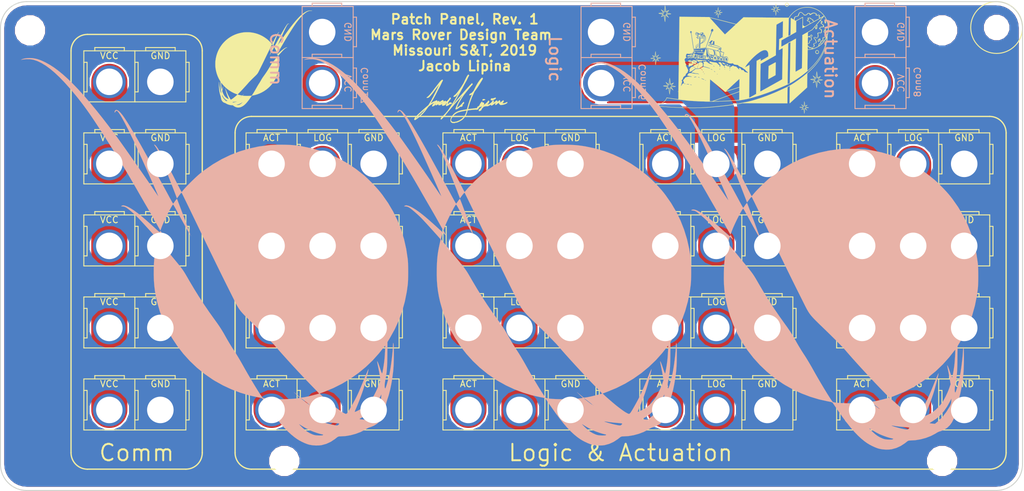
<source format=kicad_pcb>
(kicad_pcb (version 20171130) (host pcbnew "(5.0.0)")
  (layers (0 F.Cu signal) (31 B.Cu signal) (34 B.Paste user) (35 F.Paste user) (36 B.SilkS user) (37 F.SilkS user) (38 B.Mask user) (39 F.Mask user) (44 Edge.Cuts user))
  (net 0 "")
  (net 1 GND)
  (net 2 +12L)
  (net 3 +12VA)
  (net 4 +12C)
  (module MRDT_Silkscreens:MRDT_Logo_60mm (layer B.Cu) (at 255.27 52.07 180)
    (fp_text reference G*** hide)
    (fp_text value LOGO hide)
  )
  (module MRDT_Silkscreens:MRDT_Logo_60mm (layer B.Cu) (at 210.82 51.435 180)
    (fp_text reference G*** hide)
    (fp_text value LOGO hide)
  )
  (module PowerBoard_Hardware:Drill_Hole_632 (layer F.Cu) (at 279.654 83.82)
    (fp_text reference REF** hide)
    (fp_text value Drill_Hole_632)
    (pad "" np_thru_hole circle (at 0 0) (size 3.683 3.683) (drill 3.683) (layers *.Cu *.Mask))
  )
  (module PowerBoard_Hardware:Drill_Hole_632 (layer F.Cu) (at 177.8 83.82)
    (fp_text reference REF** hide)
    (fp_text value Drill_Hole_632)
    (pad "" np_thru_hole circle (at 0 0) (size 3.683 3.683) (drill 3.683) (layers *.Cu *.Mask))
  )
  (module PowerBoard_Hardware:Drill_Hole_632 (layer F.Cu) (at 138.43 17.145)
    (fp_text reference REF** hide)
    (fp_text value Drill_Hole_632)
    (pad "" np_thru_hole circle (at 0 0) (size 3.683 3.683) (drill 3.683) (layers *.Cu *.Mask))
  )
  (module PowerBoard_Hardware:Drill_Hole_632 (layer F.Cu) (at 279.654 17.145)
    (fp_text reference REF** hide)
    (fp_text value Drill_Hole_632)
    (pad "" np_thru_hole circle (at 0 0) (size 3.683 3.683) (drill 3.683) (layers *.Cu *.Mask))
  )
  (module PatchPanel_Hardware:Vertical_Anderson_Triple_SidebySide (layer F.Cu) (at 226.06 33.02 180)
    (fp_text reference Conn10)
    (fp_text value AndersonPP hide)
    (fp_text user ACT (at 19.749 -0.762 180) (layer F.SilkS))
    (fp_text user LOG (at 11.849 -0.762 180) (layer F.SilkS))
    (fp_text user GND (at 3.937 -0.762 180) (layer F.SilkS))
    (pad 3 thru_hole circle (at 19.75 -4.8 90) (size 5.08 5.08) (drill 4.104006) (layers *.Cu *.Mask) (net 3 +12VA))
    (pad 2 thru_hole circle (at 11.85 -4.8 90) (size 5.08 5.08) (drill 4.104006) (layers *.Cu *.Mask) (net 2 +12L))
    (pad 1 thru_hole circle (at 3.95 -4.8 90) (size 5.08 5.08) (drill 4.104006) (layers *.Cu *.Mask) (net 1 GND))
  )
  (module PatchPanel_Hardware:Vertical_Anderson_Triple_SidebySide (layer F.Cu) (at 287.02 45.72 180)
    (fp_text reference Conn1)
    (fp_text value AndersonPP hide)
    (fp_text user ACT (at 19.749 -0.762 180) (layer F.SilkS))
    (fp_text user LOG (at 11.849 -0.762 180) (layer F.SilkS))
    (fp_text user GND (at 3.937 -0.762 180) (layer F.SilkS))
    (pad 3 thru_hole circle (at 19.75 -4.8 90) (size 5.08 5.08) (drill 4.104006) (layers *.Cu *.Mask) (net 3 +12VA))
    (pad 2 thru_hole circle (at 11.85 -4.8 90) (size 5.08 5.08) (drill 4.104006) (layers *.Cu *.Mask) (net 2 +12L))
    (pad 1 thru_hole circle (at 3.95 -4.8 90) (size 5.08 5.08) (drill 4.104006) (layers *.Cu *.Mask) (net 1 GND))
  )
  (module PatchPanel_Hardware:Vertical_Anderson_Triple_SidebySide (layer F.Cu) (at 287.02 58.42 180)
    (fp_text reference Conn2)
    (fp_text value AndersonPP hide)
    (fp_text user ACT (at 19.749 -0.762 180) (layer F.SilkS))
    (fp_text user LOG (at 11.849 -0.762 180) (layer F.SilkS))
    (fp_text user GND (at 3.937 -0.762 180) (layer F.SilkS))
    (pad 3 thru_hole circle (at 19.75 -4.8 90) (size 5.08 5.08) (drill 4.104006) (layers *.Cu *.Mask) (net 3 +12VA))
    (pad 2 thru_hole circle (at 11.85 -4.8 90) (size 5.08 5.08) (drill 4.104006) (layers *.Cu *.Mask) (net 2 +12L))
    (pad 1 thru_hole circle (at 3.95 -4.8 90) (size 5.08 5.08) (drill 4.104006) (layers *.Cu *.Mask) (net 1 GND))
  )
  (module PatchPanel_Hardware:Vertical_Anderson_Triple_SidebySide (layer F.Cu) (at 226.06 58.42 180)
    (fp_text reference Conn3)
    (fp_text value AndersonPP hide)
    (fp_text user ACT (at 19.749 -0.762 180) (layer F.SilkS))
    (fp_text user LOG (at 11.849 -0.762 180) (layer F.SilkS))
    (fp_text user GND (at 3.937 -0.762 180) (layer F.SilkS))
    (pad 3 thru_hole circle (at 19.75 -4.8 90) (size 5.08 5.08) (drill 4.104006) (layers *.Cu *.Mask) (net 3 +12VA))
    (pad 2 thru_hole circle (at 11.85 -4.8 90) (size 5.08 5.08) (drill 4.104006) (layers *.Cu *.Mask) (net 2 +12L))
    (pad 1 thru_hole circle (at 3.95 -4.8 90) (size 5.08 5.08) (drill 4.104006) (layers *.Cu *.Mask) (net 1 GND))
  )
  (module PatchPanel_Hardware:Vertical_Anderson_Triple_SidebySide (layer F.Cu) (at 287.02 71.12 180)
    (fp_text reference Conn4)
    (fp_text value AndersonPP hide)
    (fp_text user ACT (at 19.749 -0.762 180) (layer F.SilkS))
    (fp_text user LOG (at 11.849 -0.762 180) (layer F.SilkS))
    (fp_text user GND (at 3.937 -0.762 180) (layer F.SilkS))
    (pad 3 thru_hole circle (at 19.75 -4.8 90) (size 5.08 5.08) (drill 4.104006) (layers *.Cu *.Mask) (net 3 +12VA))
    (pad 2 thru_hole circle (at 11.85 -4.8 90) (size 5.08 5.08) (drill 4.104006) (layers *.Cu *.Mask) (net 2 +12L))
    (pad 1 thru_hole circle (at 3.95 -4.8 90) (size 5.08 5.08) (drill 4.104006) (layers *.Cu *.Mask) (net 1 GND))
  )
  (module PatchPanel_Hardware:Vertical_Anderson_Triple_SidebySide (layer F.Cu) (at 226.06 45.72 180)
    (fp_text reference Conn5)
    (fp_text value AndersonPP hide)
    (fp_text user ACT (at 19.749 -0.762 180) (layer F.SilkS))
    (fp_text user LOG (at 11.849 -0.762 180) (layer F.SilkS))
    (fp_text user GND (at 3.937 -0.762 180) (layer F.SilkS))
    (pad 3 thru_hole circle (at 19.75 -4.8 90) (size 5.08 5.08) (drill 4.104006) (layers *.Cu *.Mask) (net 3 +12VA))
    (pad 2 thru_hole circle (at 11.85 -4.8 90) (size 5.08 5.08) (drill 4.104006) (layers *.Cu *.Mask) (net 2 +12L))
    (pad 1 thru_hole circle (at 3.95 -4.8 90) (size 5.08 5.08) (drill 4.104006) (layers *.Cu *.Mask) (net 1 GND))
  )
  (module PatchPanel_Hardware:Vertical_Anderson_Triple_SidebySide (layer F.Cu) (at 256.54 71.12 180)
    (fp_text reference Conn6)
    (fp_text value AndersonPP hide)
    (fp_text user ACT (at 19.749 -0.762 180) (layer F.SilkS))
    (fp_text user LOG (at 11.849 -0.762 180) (layer F.SilkS))
    (fp_text user GND (at 3.937 -0.762 180) (layer F.SilkS))
    (pad 3 thru_hole circle (at 19.75 -4.8 90) (size 5.08 5.08) (drill 4.104006) (layers *.Cu *.Mask) (net 3 +12VA))
    (pad 2 thru_hole circle (at 11.85 -4.8 90) (size 5.08 5.08) (drill 4.104006) (layers *.Cu *.Mask) (net 2 +12L))
    (pad 1 thru_hole circle (at 3.95 -4.8 90) (size 5.08 5.08) (drill 4.104006) (layers *.Cu *.Mask) (net 1 GND))
  )
  (module PatchPanel_Hardware:Vertical_Anderson_Triple_SidebySide (layer F.Cu) (at 226.06 71.12 180)
    (fp_text reference Conn7)
    (fp_text value AndersonPP hide)
    (fp_text user ACT (at 19.749 -0.762 180) (layer F.SilkS))
    (fp_text user LOG (at 11.849 -0.762 180) (layer F.SilkS))
    (fp_text user GND (at 3.937 -0.762 180) (layer F.SilkS))
    (pad 3 thru_hole circle (at 19.75 -4.8 90) (size 5.08 5.08) (drill 4.104006) (layers *.Cu *.Mask) (net 3 +12VA))
    (pad 2 thru_hole circle (at 11.85 -4.8 90) (size 5.08 5.08) (drill 4.104006) (layers *.Cu *.Mask) (net 2 +12L))
    (pad 1 thru_hole circle (at 3.95 -4.8 90) (size 5.08 5.08) (drill 4.104006) (layers *.Cu *.Mask) (net 1 GND))
  )
  (module PatchPanel_Hardware:Vertical_Anderson_Triple_SidebySide (layer F.Cu) (at 195.58 45.72 180)
    (fp_text reference Conn9)
    (fp_text value AndersonPP hide)
    (fp_text user ACT (at 19.749 -0.762 180) (layer F.SilkS))
    (fp_text user LOG (at 11.849 -0.762 180) (layer F.SilkS))
    (fp_text user GND (at 3.937 -0.762 180) (layer F.SilkS))
    (pad 3 thru_hole circle (at 19.75 -4.8 90) (size 5.08 5.08) (drill 4.104006) (layers *.Cu *.Mask) (net 3 +12VA))
    (pad 2 thru_hole circle (at 11.85 -4.8 90) (size 5.08 5.08) (drill 4.104006) (layers *.Cu *.Mask) (net 2 +12L))
    (pad 1 thru_hole circle (at 3.95 -4.8 90) (size 5.08 5.08) (drill 4.104006) (layers *.Cu *.Mask) (net 1 GND))
  )
  (module PatchPanel_Hardware:Vertical_Anderson_Triple_SidebySide (layer F.Cu) (at 287.02 33.02 180)
    (fp_text reference Conn11)
    (fp_text value AndersonPP hide)
    (fp_text user ACT (at 19.749 -0.762 180) (layer F.SilkS))
    (fp_text user LOG (at 11.849 -0.762 180) (layer F.SilkS))
    (fp_text user GND (at 3.937 -0.762 180) (layer F.SilkS))
    (pad 3 thru_hole circle (at 19.75 -4.8 90) (size 5.08 5.08) (drill 4.104006) (layers *.Cu *.Mask) (net 3 +12VA))
    (pad 2 thru_hole circle (at 11.85 -4.8 90) (size 5.08 5.08) (drill 4.104006) (layers *.Cu *.Mask) (net 2 +12L))
    (pad 1 thru_hole circle (at 3.95 -4.8 90) (size 5.08 5.08) (drill 4.104006) (layers *.Cu *.Mask) (net 1 GND))
  )
  (module PatchPanel_Hardware:Vertical_Anderson_Triple_SidebySide (layer F.Cu) (at 256.54 58.42 180)
    (fp_text reference Conn12)
    (fp_text value AndersonPP hide)
    (fp_text user ACT (at 19.749 -0.762 180) (layer F.SilkS))
    (fp_text user LOG (at 11.849 -0.762 180) (layer F.SilkS))
    (fp_text user GND (at 3.937 -0.762 180) (layer F.SilkS))
    (pad 3 thru_hole circle (at 19.75 -4.8 90) (size 5.08 5.08) (drill 4.104006) (layers *.Cu *.Mask) (net 3 +12VA))
    (pad 2 thru_hole circle (at 11.85 -4.8 90) (size 5.08 5.08) (drill 4.104006) (layers *.Cu *.Mask) (net 2 +12L))
    (pad 1 thru_hole circle (at 3.95 -4.8 90) (size 5.08 5.08) (drill 4.104006) (layers *.Cu *.Mask) (net 1 GND))
  )
  (module PatchPanel_Hardware:Vertical_Anderson_Triple_SidebySide (layer F.Cu) (at 256.54 33.02 180)
    (fp_text reference Conn13)
    (fp_text value AndersonPP hide)
    (fp_text user ACT (at 19.749 -0.762 180) (layer F.SilkS))
    (fp_text user LOG (at 11.849 -0.762 180) (layer F.SilkS))
    (fp_text user GND (at 3.937 -0.762 180) (layer F.SilkS))
    (pad 3 thru_hole circle (at 19.75 -4.8 90) (size 5.08 5.08) (drill 4.104006) (layers *.Cu *.Mask) (net 3 +12VA))
    (pad 2 thru_hole circle (at 11.85 -4.8 90) (size 5.08 5.08) (drill 4.104006) (layers *.Cu *.Mask) (net 2 +12L))
    (pad 1 thru_hole circle (at 3.95 -4.8 90) (size 5.08 5.08) (drill 4.104006) (layers *.Cu *.Mask) (net 1 GND))
  )
  (module PatchPanel_Hardware:Vertical_Anderson_Triple_SidebySide (layer F.Cu) (at 256.54 45.72 180)
    (fp_text reference Conn14)
    (fp_text value AndersonPP hide)
    (fp_text user ACT (at 19.749 -0.762 180) (layer F.SilkS))
    (fp_text user LOG (at 11.849 -0.762 180) (layer F.SilkS))
    (fp_text user GND (at 3.937 -0.762 180) (layer F.SilkS))
    (pad 3 thru_hole circle (at 19.75 -4.8 90) (size 5.08 5.08) (drill 4.104006) (layers *.Cu *.Mask) (net 3 +12VA))
    (pad 2 thru_hole circle (at 11.85 -4.8 90) (size 5.08 5.08) (drill 4.104006) (layers *.Cu *.Mask) (net 2 +12L))
    (pad 1 thru_hole circle (at 3.95 -4.8 90) (size 5.08 5.08) (drill 4.104006) (layers *.Cu *.Mask) (net 1 GND))
  )
  (module PatchPanel_Hardware:Vertical_Anderson_Triple_SidebySide (layer F.Cu) (at 195.58 33.02 180)
    (fp_text reference Conn15)
    (fp_text value AndersonPP hide)
    (fp_text user ACT (at 19.749 -0.762 180) (layer F.SilkS))
    (fp_text user LOG (at 11.849 -0.762 180) (layer F.SilkS))
    (fp_text user GND (at 3.937 -0.762 180) (layer F.SilkS))
    (pad 3 thru_hole circle (at 19.75 -4.8 90) (size 5.08 5.08) (drill 4.104006) (layers *.Cu *.Mask) (net 3 +12VA))
    (pad 2 thru_hole circle (at 11.85 -4.8 90) (size 5.08 5.08) (drill 4.104006) (layers *.Cu *.Mask) (net 2 +12L))
    (pad 1 thru_hole circle (at 3.95 -4.8 90) (size 5.08 5.08) (drill 4.104006) (layers *.Cu *.Mask) (net 1 GND))
  )
  (module PatchPanel_Hardware:Vertical_Anderson_Triple_SidebySide (layer F.Cu) (at 195.58 71.12 180)
    (fp_text reference Conn23)
    (fp_text value AndersonPP hide)
    (fp_text user ACT (at 19.749 -0.762 180) (layer F.SilkS))
    (fp_text user LOG (at 11.849 -0.762 180) (layer F.SilkS))
    (fp_text user GND (at 3.937 -0.762 180) (layer F.SilkS))
    (pad 3 thru_hole circle (at 19.75 -4.8 90) (size 5.08 5.08) (drill 4.104006) (layers *.Cu *.Mask) (net 3 +12VA))
    (pad 2 thru_hole circle (at 11.85 -4.8 90) (size 5.08 5.08) (drill 4.104006) (layers *.Cu *.Mask) (net 2 +12L))
    (pad 1 thru_hole circle (at 3.95 -4.8 90) (size 5.08 5.08) (drill 4.104006) (layers *.Cu *.Mask) (net 1 GND))
  )
  (module PatchPanel_Hardware:Vertical_Anderson_Triple_SidebySide (layer F.Cu) (at 195.58 58.42 180)
    (fp_text reference Conn24)
    (fp_text value AndersonPP hide)
    (fp_text user ACT (at 19.749 -0.762 180) (layer F.SilkS))
    (fp_text user LOG (at 11.849 -0.762 180) (layer F.SilkS))
    (fp_text user GND (at 3.937 -0.762 180) (layer F.SilkS))
    (pad 3 thru_hole circle (at 19.75 -4.8 90) (size 5.08 5.08) (drill 4.104006) (layers *.Cu *.Mask) (net 3 +12VA))
    (pad 2 thru_hole circle (at 11.85 -4.8 90) (size 5.08 5.08) (drill 4.104006) (layers *.Cu *.Mask) (net 2 +12L))
    (pad 1 thru_hole circle (at 3.95 -4.8 90) (size 5.08 5.08) (drill 4.104006) (layers *.Cu *.Mask) (net 1 GND))
  )
  (module PowerBoard_Hardware:Vertical_Anderson_Double_SidebySide (layer B.Cu) (at 274.066 13.462 270)
    (fp_text reference Conn8 (at 11.684 -1.778 270) (layer B.SilkS) (effects (justify mirror)))
    (fp_text value AndersonPP hide)
    (fp_text user GND (at 3.937 0.762 270) (layer B.SilkS) (effects (justify mirror)))
    (fp_text user VCC (at 11.849 0.762 270) (layer B.SilkS) (effects (justify mirror)))
    (pad 1 thru_hole circle (at 3.95 4.8) (size 5.08 5.08) (drill 4.104006) (layers *.Cu *.Mask) (net 1 GND))
    (pad 2 thru_hole circle (at 11.85 4.8) (size 5.08 5.08) (drill 4.104006) (layers *.Cu *.Mask) (net 3 +12VA))
  )
  (module PowerBoard_Hardware:Vertical_Anderson_Double_SidebySide (layer B.Cu) (at 231.648 13.462 270)
    (fp_text reference Conn16 (at 11.684 -1.6 270) (layer B.SilkS) (effects (justify mirror)))
    (fp_text value AndersonPP hide)
    (fp_text user GND (at 3.937 0.762 270) (layer B.SilkS) (effects (justify mirror)))
    (fp_text user VCC (at 11.849 0.762 270) (layer B.SilkS) (effects (justify mirror)))
    (pad 1 thru_hole circle (at 3.95 4.8) (size 5.08 5.08) (drill 4.104006) (layers *.Cu *.Mask) (net 1 GND))
    (pad 2 thru_hole circle (at 11.85 4.8) (size 5.08 5.08) (drill 4.104006) (layers *.Cu *.Mask) (net 2 +12L))
  )
  (module PowerBoard_Hardware:Vertical_Anderson_Double_SidebySide (layer B.Cu) (at 188.468 13.462 270)
    (fp_text reference Conn17 (at 12.192 -1.778 270) (layer B.SilkS) (effects (justify mirror)))
    (fp_text value AndersonPP hide)
    (fp_text user VCC (at 11.849 0.762 270) (layer B.SilkS) (effects (justify mirror)))
    (fp_text user GND (at 3.937 0.762 270) (layer B.SilkS) (effects (justify mirror)))
    (pad 2 thru_hole circle (at 11.85 4.8) (size 5.08 5.08) (drill 4.104006) (layers *.Cu *.Mask) (net 4 +12C))
    (pad 1 thru_hole circle (at 3.95 4.8) (size 5.08 5.08) (drill 4.104006) (layers *.Cu *.Mask) (net 1 GND))
  )
  (module MRDT_Drill_Holes:4_40_Hole_Corner (layer F.Cu) (at 292.1 12.7 180)
    (fp_text reference REF** hide)
    (fp_text value 4_40_Hole hide)
    (pad "" np_thru_hole circle (at 4.00812 -4.00812 180) (size 2.9464 2.9464) (drill 2.9464) (layers *.Cu *.Mask))
  )
  (module PowerBoard_Hardware:Vertical_Anderson_Double_SidebySide (layer F.Cu) (at 162.56 20.32 180)
    (fp_text reference Conn18)
    (fp_text value AndersonPP hide)
    (fp_text user GND (at 3.937 -0.762 180) (layer F.SilkS))
    (fp_text user VCC (at 11.849 -0.762 180) (layer F.SilkS))
    (pad 1 thru_hole circle (at 3.95 -4.8 90) (size 5.08 5.08) (drill 4.104006) (layers *.Cu *.Mask) (net 1 GND))
    (pad 2 thru_hole circle (at 11.85 -4.8 90) (size 5.08 5.08) (drill 4.104006) (layers *.Cu *.Mask) (net 4 +12C))
  )
  (module PowerBoard_Hardware:Vertical_Anderson_Double_SidebySide (layer F.Cu) (at 162.56 33.02 180)
    (fp_text reference Conn19)
    (fp_text value AndersonPP hide)
    (fp_text user VCC (at 11.849 -0.762 180) (layer F.SilkS))
    (fp_text user GND (at 3.937 -0.762 180) (layer F.SilkS))
    (pad 2 thru_hole circle (at 11.85 -4.8 90) (size 5.08 5.08) (drill 4.104006) (layers *.Cu *.Mask) (net 4 +12C))
    (pad 1 thru_hole circle (at 3.95 -4.8 90) (size 5.08 5.08) (drill 4.104006) (layers *.Cu *.Mask) (net 1 GND))
  )
  (module PowerBoard_Hardware:Vertical_Anderson_Double_SidebySide (layer F.Cu) (at 162.56 45.72 180)
    (fp_text reference Conn20)
    (fp_text value AndersonPP hide)
    (fp_text user GND (at 3.937 -0.762 180) (layer F.SilkS))
    (fp_text user VCC (at 11.849 -0.762 180) (layer F.SilkS))
    (pad 1 thru_hole circle (at 3.95 -4.8 90) (size 5.08 5.08) (drill 4.104006) (layers *.Cu *.Mask) (net 1 GND))
    (pad 2 thru_hole circle (at 11.85 -4.8 90) (size 5.08 5.08) (drill 4.104006) (layers *.Cu *.Mask) (net 4 +12C))
  )
  (module PowerBoard_Hardware:Vertical_Anderson_Double_SidebySide (layer F.Cu) (at 162.56 71.12 180)
    (fp_text reference Conn21)
    (fp_text value AndersonPP hide)
    (fp_text user VCC (at 11.849 -0.762 180) (layer F.SilkS))
    (fp_text user GND (at 3.937 -0.762 180) (layer F.SilkS))
    (pad 2 thru_hole circle (at 11.85 -4.8 90) (size 5.08 5.08) (drill 4.104006) (layers *.Cu *.Mask) (net 4 +12C))
    (pad 1 thru_hole circle (at 3.95 -4.8 90) (size 5.08 5.08) (drill 4.104006) (layers *.Cu *.Mask) (net 1 GND))
  )
  (module PowerBoard_Hardware:Vertical_Anderson_Double_SidebySide (layer F.Cu) (at 162.56 58.42 180)
    (fp_text reference Conn22)
    (fp_text value AndersonPP hide)
    (fp_text user GND (at 3.937 -0.762 180) (layer F.SilkS))
    (fp_text user VCC (at 11.849 -0.762 180) (layer F.SilkS))
    (pad 1 thru_hole circle (at 3.95 -4.8 90) (size 5.08 5.08) (drill 4.104006) (layers *.Cu *.Mask) (net 1 GND))
    (pad 2 thru_hole circle (at 11.85 -4.8 90) (size 5.08 5.08) (drill 4.104006) (layers *.Cu *.Mask) (net 4 +12C))
  )
  (module MRDT_Silkscreens:Jacob_Lipina_Sig_15mm (layer F.Cu) (at 205.105 27.94)
    (fp_text reference G*** hide)
    (fp_text value LOGO hide)
  )
  (module PatchPanel_Hardware:MRDT_Logo_15mm (layer F.Cu) (at 174.625 21.59)
    (fp_text reference G*** hide)
    (fp_text value LOGO hide)
  )
  (module PatchPanel_Hardware:MRDT_Retro_Logo_28.5mmX18mm (layer F.Cu) (at 248.285 21.59)
    (fp_text reference G*** hide)
    (fp_text value LOGO hide)
  )
  (module MRDT_Silkscreens:MRDT_Logo_60mm (layer B.Cu) (at 167.005 51.435 180)
    (fp_text reference G*** hide)
    (fp_text value LOGO hide)
  )
  (gr_text "Patch Panel, Rev. 1\nMars Rover Design Team \nMissouri S&T, 2019\nJacob Lipina" (at 205.74 19.05) (layer F.SilkS) (effects (font (size 1.5 1.5) (thickness 0.3))))
  (gr_text "Logic & Actuation" (at 229.87 82.55) (layer F.SilkS) (effects (font (size 2.54 2.54) (thickness 0.3))))
  (gr_text Comm (at 154.94 82.55) (layer F.SilkS) (effects (font (size 2.54 2.54) (thickness 0.3))))
  (gr_arc (start 287.02 82.55) (end 287.02 85.09) (angle -90) (layer F.SilkS) (width 0.2))
  (gr_arc (start 287.02 33.02) (end 289.56 33.02) (angle -90) (layer F.SilkS) (width 0.2))
  (gr_arc (start 172.72 33.02) (end 172.72 30.48) (angle -90) (layer F.SilkS) (width 0.2))
  (gr_arc (start 172.72 82.55) (end 170.18 82.55) (angle -90) (layer F.SilkS) (width 0.2))
  (gr_arc (start 162.56 82.55) (end 162.56 85.09) (angle -90) (layer F.SilkS) (width 0.2))
  (gr_arc (start 147.32 82.55) (end 144.78 82.55) (angle -90) (layer F.SilkS) (width 0.2))
  (gr_arc (start 147.32 20.32) (end 147.32 17.78) (angle -90) (layer F.SilkS) (width 0.2))
  (gr_arc (start 162.56 20.32) (end 165.1 20.32) (angle -90) (layer F.SilkS) (width 0.2))
  (gr_line (start 287.02 85.09) (end 172.72 85.09) (layer F.SilkS) (width 0.2))
  (gr_line (start 289.56 33.02) (end 289.56 82.55) (layer F.SilkS) (width 0.2))
  (gr_line (start 172.72 30.48) (end 287.02 30.48) (layer F.SilkS) (width 0.2))
  (gr_line (start 170.18 82.55) (end 170.18 33.02) (layer F.SilkS) (width 0.2))
  (gr_line (start 147.32 17.78) (end 162.56 17.78) (layer F.SilkS) (width 0.2))
  (gr_line (start 144.78 82.55) (end 144.78 20.32) (layer F.SilkS) (width 0.2))
  (gr_line (start 162.56 85.09) (end 147.32 85.09) (layer F.SilkS) (width 0.2))
  (gr_line (start 165.1 20.32) (end 165.1 82.55) (layer F.SilkS) (width 0.2))
  (gr_text "Comm\n" (at 176.53 21.59 270) (layer B.SilkS) (effects (font (size 1.778 1.778) (thickness 0.3))))
  (gr_text Logic (at 219.71 21.59 270) (layer B.SilkS) (effects (font (size 1.778 1.778) (thickness 0.3))))
  (gr_text Actuation (at 262.382 21.59 270) (layer B.SilkS) (effects (font (size 1.778 1.778) (thickness 0.3))))
  (gr_arc (start 137.922 16.764) (end 137.922 12.7) (angle -90) (layer Edge.Cuts) (width 0.15))
  (gr_arc (start 137.922 84.328) (end 133.858 84.328) (angle -90) (layer Edge.Cuts) (width 0.15))
  (gr_arc (start 288.036 84.328) (end 288.036 88.392) (angle -90) (layer Edge.Cuts) (width 0.15))
  (gr_line (start 133.858 16.764) (end 133.858 84.328) (layer Edge.Cuts) (width 0.15))
  (gr_line (start 288.036 88.392) (end 137.922 88.392) (layer Edge.Cuts) (width 0.15))
  (gr_line (start 292.1 16.764) (end 292.1 84.328) (layer Edge.Cuts) (width 0.15))
  (gr_arc (start 288.036 16.764) (end 292.1 16.764) (angle -90) (layer Edge.Cuts) (width 0.15))
  (gr_line (start 137.922 12.7) (end 288.036 12.7) (layer Edge.Cuts) (width 0.15))
  (segment (start 244.69 37.82) (end 244.69 50.52) (width 5.588) (layer F.Cu) (net 2))
  (segment (start 214.21 37.82) (end 214.21 50.52) (width 5.588) (layer F.Cu) (net 2))
  (segment (start 275.17 37.82) (end 275.17 50.52) (width 5.588) (layer F.Cu) (net 2))
  (segment (start 275.17 50.52) (end 275.17 63.22) (width 5.588) (layer F.Cu) (net 2))
  (segment (start 275.17 63.22) (end 275.17 75.92) (width 5.588) (layer F.Cu) (net 2))
  (segment (start 214.21 50.52) (end 214.21 63.22) (width 5.588) (layer F.Cu) (net 2))
  (segment (start 214.21 63.22) (end 214.21 75.92) (width 5.588) (layer F.Cu) (net 2))
  (segment (start 244.69 50.52) (end 244.69 63.22) (width 5.588) (layer F.Cu) (net 2))
  (segment (start 244.69 63.22) (end 244.69 75.92) (width 5.588) (layer F.Cu) (net 2))
  (segment (start 183.73 37.82) (end 183.73 50.52) (width 5.588) (layer F.Cu) (net 2))
  (segment (start 183.73 50.52) (end 183.73 63.22) (width 5.588) (layer F.Cu) (net 2))
  (segment (start 183.73 63.22) (end 183.73 75.92) (width 5.588) (layer F.Cu) (net 2))
  (segment (start 183.73 78.828) (end 183.73 75.92) (width 5.588) (layer F.Cu) (net 2))
  (segment (start 186.944 82.042) (end 183.73 78.828) (width 5.588) (layer F.Cu) (net 2))
  (segment (start 275.17 75.92) (end 275.17 79.512102) (width 5.588) (layer F.Cu) (net 2))
  (segment (start 275.17 79.512102) (end 272.640102 82.042) (width 5.588) (layer F.Cu) (net 2))
  (segment (start 214.21 81.954) (end 214.122 82.042) (width 5.588) (layer F.Cu) (net 2))
  (segment (start 214.21 75.92) (end 214.21 81.954) (width 5.588) (layer F.Cu) (net 2))
  (segment (start 214.122 82.042) (end 186.944 82.042) (width 5.588) (layer F.Cu) (net 2))
  (segment (start 226.848 25.312) (end 240.45 25.312) (width 5.588) (layer B.Cu) (net 2))
  (segment (start 244.69 29.552) (end 244.69 37.82) (width 5.588) (layer B.Cu) (net 2))
  (segment (start 240.45 25.312) (end 244.69 29.552) (width 5.588) (layer B.Cu) (net 2))
  (segment (start 244.69 81.954) (end 244.602 82.042) (width 5.588) (layer F.Cu) (net 2))
  (segment (start 244.69 75.92) (end 244.69 81.954) (width 5.588) (layer F.Cu) (net 2))
  (segment (start 272.640102 82.042) (end 244.602 82.042) (width 5.588) (layer F.Cu) (net 2))
  (segment (start 244.602 82.042) (end 214.122 82.042) (width 5.588) (layer F.Cu) (net 2))
  (segment (start 267.27 27.308) (end 269.266 25.312) (width 5.588) (layer F.Cu) (net 3))
  (segment (start 267.27 37.82) (end 267.27 30.48) (width 5.588) (layer F.Cu) (net 3))
  (segment (start 267.27 30.48) (end 267.27 27.308) (width 5.588) (layer F.Cu) (net 3))
  (segment (start 266 31.75) (end 267.27 30.48) (width 5.588) (layer F.Cu) (net 3))
  (segment (start 236.79 31.812) (end 236.728 31.75) (width 5.588) (layer F.Cu) (net 3))
  (segment (start 236.79 37.82) (end 236.79 31.812) (width 5.588) (layer F.Cu) (net 3))
  (segment (start 208.787898 31.75) (end 236.728 31.75) (width 5.588) (layer F.Cu) (net 3))
  (segment (start 236.728 31.75) (end 266 31.75) (width 5.588) (layer F.Cu) (net 3))
  (segment (start 236.79 37.82) (end 236.79 50.52) (width 5.588) (layer F.Cu) (net 3))
  (segment (start 236.79 50.52) (end 236.79 63.22) (width 5.588) (layer F.Cu) (net 3))
  (segment (start 236.79 63.22) (end 236.79 75.92) (width 5.588) (layer F.Cu) (net 3))
  (segment (start 267.27 37.82) (end 267.27 50.52) (width 5.588) (layer F.Cu) (net 3))
  (segment (start 267.27 50.52) (end 267.27 63.22) (width 5.588) (layer F.Cu) (net 3))
  (segment (start 267.27 63.22) (end 267.27 75.92) (width 5.588) (layer F.Cu) (net 3))
  (segment (start 206.31 37.82) (end 206.31 50.52) (width 5.588) (layer F.Cu) (net 3))
  (segment (start 206.31 50.52) (end 206.31 63.22) (width 5.588) (layer F.Cu) (net 3))
  (segment (start 206.31 63.22) (end 206.31 75.92) (width 5.588) (layer F.Cu) (net 3))
  (segment (start 175.83 34.227898) (end 178.307898 31.75) (width 5.588) (layer F.Cu) (net 3))
  (segment (start 175.83 37.82) (end 175.83 34.227898) (width 5.588) (layer F.Cu) (net 3))
  (segment (start 206.31 32.066) (end 205.994 31.75) (width 5.588) (layer F.Cu) (net 3))
  (segment (start 206.31 37.82) (end 206.31 32.066) (width 5.588) (layer F.Cu) (net 3))
  (segment (start 178.307898 31.75) (end 205.994 31.75) (width 5.588) (layer F.Cu) (net 3))
  (segment (start 205.994 31.75) (end 208.787898 31.75) (width 5.588) (layer F.Cu) (net 3))
  (segment (start 175.83 37.82) (end 175.83 50.52) (width 5.588) (layer F.Cu) (net 3))
  (segment (start 175.83 50.52) (end 175.83 63.22) (width 5.588) (layer F.Cu) (net 3))
  (segment (start 175.83 63.22) (end 175.83 75.92) (width 5.588) (layer F.Cu) (net 3))
  (segment (start 183.668 25.312) (end 173.824 25.312) (width 5.588) (layer F.Cu) (net 4))
  (segment (start 167.386 31.75) (end 150.71 31.75) (width 5.588) (layer F.Cu) (net 4))
  (segment (start 173.824 25.312) (end 167.386 31.75) (width 5.588) (layer F.Cu) (net 4))
  (segment (start 150.71 75.92) (end 150.71 31.75) (width 5.588) (layer F.Cu) (net 4))
  (segment (start 150.71 31.75) (end 150.71 25.12) (width 5.588) (layer F.Cu) (net 4))
  (zone (net 1) (net_name GND) (layer F.Cu) (connect_pads yes (clearance 0.508)) (min_thickness 0.254) (fill yes (arc_segments 16) (thermal_gap 0.508) (thermal_bridge_width 0.508))
    (polygon (pts (xy 292.1 12.7) (xy 292.1 88.392) (xy 133.858 88.392) (xy 133.858 12.7)))
  )
  (zone (net 1) (net_name GND) (layer B.Cu) (connect_pads yes (clearance 0.508)) (min_thickness 0.254) (fill yes (arc_segments 16) (thermal_gap 0.508) (thermal_bridge_width 0.508))
    (polygon (pts (xy 292.1 12.7) (xy 292.1 88.392) (xy 133.858 88.392) (xy 133.858 12.7)))
  )
)
</source>
